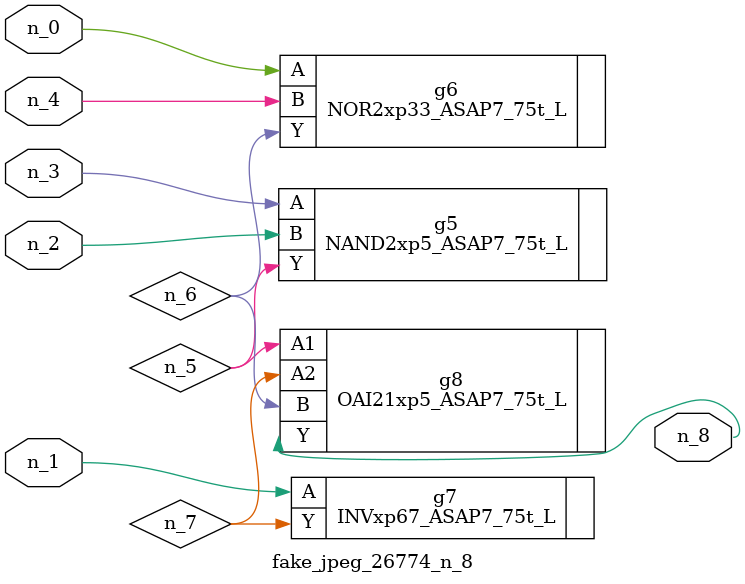
<source format=v>
module fake_jpeg_26774_n_8 (n_3, n_2, n_1, n_0, n_4, n_8);

input n_3;
input n_2;
input n_1;
input n_0;
input n_4;

output n_8;

wire n_6;
wire n_5;
wire n_7;

NAND2xp5_ASAP7_75t_L g5 ( 
.A(n_3),
.B(n_2),
.Y(n_5)
);

NOR2xp33_ASAP7_75t_L g6 ( 
.A(n_0),
.B(n_4),
.Y(n_6)
);

INVxp67_ASAP7_75t_L g7 ( 
.A(n_1),
.Y(n_7)
);

OAI21xp5_ASAP7_75t_L g8 ( 
.A1(n_5),
.A2(n_7),
.B(n_6),
.Y(n_8)
);


endmodule
</source>
